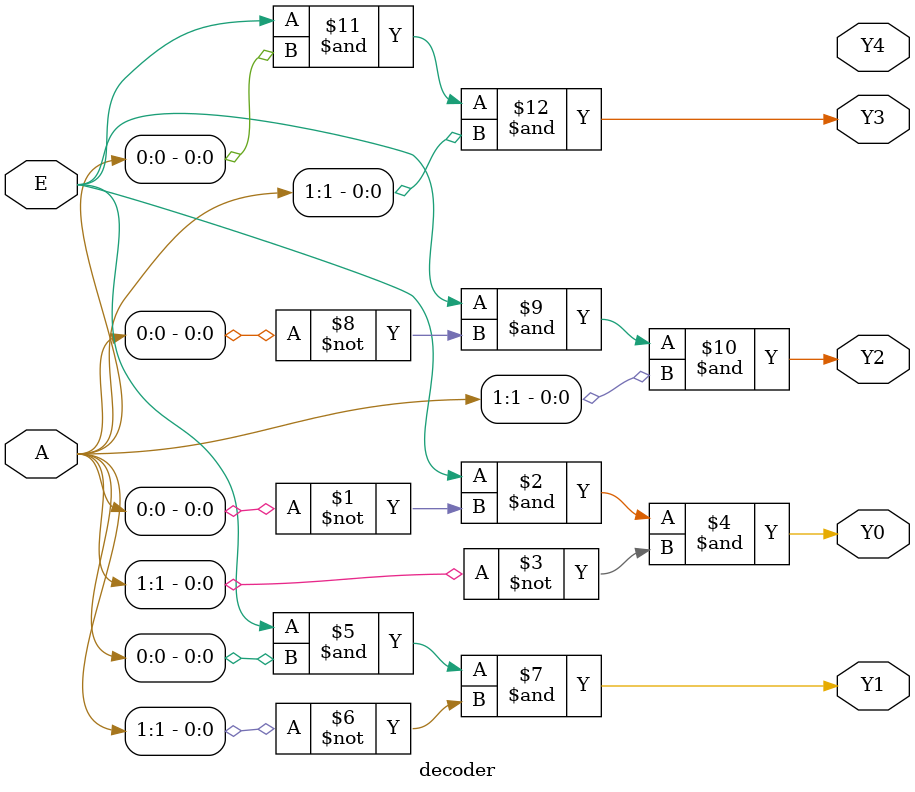
<source format=v>
module decoder(A,E,Y0,Y1,Y2,Y3,Y4);

    input [1:0] A;
    input E;
    output Y0,Y1,Y2,Y3,Y4;

    assign Y0 = E &(~A[0]) & (~A[1]);
    assign Y1 = E &(A[0]) & (~A[1]);
    assign Y2 = E &(~A[0]) & (A[1]);
    assign Y3 = E &(A[0]) & (A[1]);

endmodule
</source>
